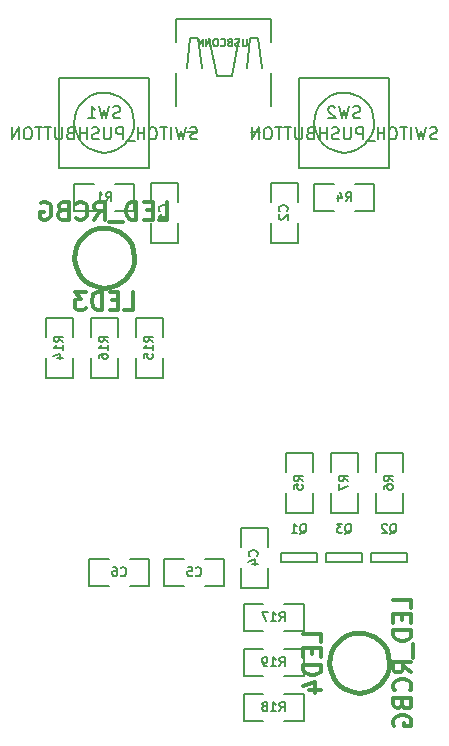
<source format=gbo>
G04 (created by PCBNEW-RS274X (2011-07-08)-stable) date Mo 25 Jul 2011 12:51:42 CEST*
G01*
G70*
G90*
%MOIN*%
G04 Gerber Fmt 3.4, Leading zero omitted, Abs format*
%FSLAX34Y34*%
G04 APERTURE LIST*
%ADD10C,0.006000*%
%ADD11C,0.005000*%
%ADD12C,0.008000*%
%ADD13C,0.015000*%
%ADD14C,0.007500*%
%ADD15C,0.012000*%
G04 APERTURE END LIST*
G54D10*
G54D11*
X34050Y-42500D02*
X34950Y-42500D01*
X34950Y-42500D02*
X34950Y-43150D01*
X34050Y-43850D02*
X34050Y-44500D01*
X34050Y-44500D02*
X34950Y-44500D01*
X34950Y-44500D02*
X34950Y-43850D01*
X34050Y-43150D02*
X34050Y-42500D01*
X35550Y-42500D02*
X36450Y-42500D01*
X36450Y-42500D02*
X36450Y-43150D01*
X35550Y-43850D02*
X35550Y-44500D01*
X35550Y-44500D02*
X36450Y-44500D01*
X36450Y-44500D02*
X36450Y-43850D01*
X35550Y-43150D02*
X35550Y-42500D01*
X32550Y-42500D02*
X33450Y-42500D01*
X33450Y-42500D02*
X33450Y-43150D01*
X32550Y-43850D02*
X32550Y-44500D01*
X32550Y-44500D02*
X33450Y-44500D01*
X33450Y-44500D02*
X33450Y-43850D01*
X32550Y-43150D02*
X32550Y-42500D01*
X35500Y-33550D02*
X35500Y-34450D01*
X35500Y-34450D02*
X34850Y-34450D01*
X34150Y-33550D02*
X33500Y-33550D01*
X33500Y-33550D02*
X33500Y-34450D01*
X33500Y-34450D02*
X34150Y-34450D01*
X34850Y-33550D02*
X35500Y-33550D01*
X27500Y-33550D02*
X27500Y-34450D01*
X27500Y-34450D02*
X26850Y-34450D01*
X26150Y-33550D02*
X25500Y-33550D01*
X25500Y-33550D02*
X25500Y-34450D01*
X25500Y-34450D02*
X26150Y-34450D01*
X26850Y-33550D02*
X27500Y-33550D01*
X28000Y-46050D02*
X28000Y-46950D01*
X28000Y-46950D02*
X27350Y-46950D01*
X26650Y-46050D02*
X26000Y-46050D01*
X26000Y-46050D02*
X26000Y-46950D01*
X26000Y-46950D02*
X26650Y-46950D01*
X27350Y-46050D02*
X28000Y-46050D01*
X28500Y-46950D02*
X28500Y-46050D01*
X28500Y-46050D02*
X29150Y-46050D01*
X29850Y-46950D02*
X30500Y-46950D01*
X30500Y-46950D02*
X30500Y-46050D01*
X30500Y-46050D02*
X29850Y-46050D01*
X29150Y-46950D02*
X28500Y-46950D01*
X31050Y-45000D02*
X31950Y-45000D01*
X31950Y-45000D02*
X31950Y-45650D01*
X31050Y-46350D02*
X31050Y-47000D01*
X31050Y-47000D02*
X31950Y-47000D01*
X31950Y-47000D02*
X31950Y-46350D01*
X31050Y-45650D02*
X31050Y-45000D01*
X32050Y-33500D02*
X32950Y-33500D01*
X32950Y-33500D02*
X32950Y-34150D01*
X32050Y-34850D02*
X32050Y-35500D01*
X32050Y-35500D02*
X32950Y-35500D01*
X32950Y-35500D02*
X32950Y-34850D01*
X32050Y-34150D02*
X32050Y-33500D01*
X28050Y-33500D02*
X28950Y-33500D01*
X28950Y-33500D02*
X28950Y-34150D01*
X28050Y-34850D02*
X28050Y-35500D01*
X28050Y-35500D02*
X28950Y-35500D01*
X28950Y-35500D02*
X28950Y-34850D01*
X28050Y-34150D02*
X28050Y-33500D01*
X35100Y-45850D02*
X33900Y-45850D01*
X33900Y-45850D02*
X33900Y-46150D01*
X33900Y-46150D02*
X35100Y-46150D01*
X35100Y-46150D02*
X35100Y-45850D01*
X36600Y-45850D02*
X35400Y-45850D01*
X35400Y-45850D02*
X35400Y-46150D01*
X35400Y-46150D02*
X36600Y-46150D01*
X36600Y-46150D02*
X36600Y-45850D01*
X33600Y-45850D02*
X32400Y-45850D01*
X32400Y-45850D02*
X32400Y-46150D01*
X32400Y-46150D02*
X33600Y-46150D01*
X33600Y-46150D02*
X33600Y-45850D01*
X35500Y-31500D02*
X35480Y-31694D01*
X35424Y-31881D01*
X35332Y-32053D01*
X35209Y-32204D01*
X35059Y-32329D01*
X34887Y-32421D01*
X34701Y-32479D01*
X34506Y-32499D01*
X34313Y-32482D01*
X34126Y-32427D01*
X33953Y-32336D01*
X33801Y-32214D01*
X33675Y-32064D01*
X33581Y-31893D01*
X33522Y-31707D01*
X33501Y-31513D01*
X33517Y-31320D01*
X33571Y-31132D01*
X33660Y-30959D01*
X33781Y-30806D01*
X33930Y-30679D01*
X34100Y-30584D01*
X34286Y-30524D01*
X34480Y-30501D01*
X34673Y-30516D01*
X34861Y-30568D01*
X35035Y-30656D01*
X35189Y-30776D01*
X35317Y-30924D01*
X35413Y-31094D01*
X35475Y-31279D01*
X35499Y-31473D01*
X35500Y-31500D01*
X36000Y-30000D02*
X33000Y-30000D01*
X33000Y-30000D02*
X33000Y-33000D01*
X33000Y-33000D02*
X36000Y-33000D01*
X36000Y-30000D02*
X36000Y-33000D01*
X27500Y-31500D02*
X27480Y-31694D01*
X27424Y-31881D01*
X27332Y-32053D01*
X27209Y-32204D01*
X27059Y-32329D01*
X26887Y-32421D01*
X26701Y-32479D01*
X26506Y-32499D01*
X26313Y-32482D01*
X26126Y-32427D01*
X25953Y-32336D01*
X25801Y-32214D01*
X25675Y-32064D01*
X25581Y-31893D01*
X25522Y-31707D01*
X25501Y-31513D01*
X25517Y-31320D01*
X25571Y-31132D01*
X25660Y-30959D01*
X25781Y-30806D01*
X25930Y-30679D01*
X26100Y-30584D01*
X26286Y-30524D01*
X26480Y-30501D01*
X26673Y-30516D01*
X26861Y-30568D01*
X27035Y-30656D01*
X27189Y-30776D01*
X27317Y-30924D01*
X27413Y-31094D01*
X27475Y-31279D01*
X27499Y-31473D01*
X27500Y-31500D01*
X28000Y-30000D02*
X25000Y-30000D01*
X25000Y-30000D02*
X25000Y-33000D01*
X25000Y-33000D02*
X28000Y-33000D01*
X28000Y-30000D02*
X28000Y-33000D01*
G54D12*
X28886Y-28039D02*
X28886Y-28827D01*
X32075Y-28827D02*
X32075Y-28039D01*
X28886Y-28039D02*
X32075Y-28039D01*
X32075Y-29860D02*
X32075Y-30943D01*
X28886Y-30943D02*
X28886Y-29860D01*
X31400Y-31800D02*
X31700Y-31800D01*
X29250Y-31800D02*
X29600Y-31800D01*
G54D11*
X30000Y-28684D02*
X30250Y-29934D01*
X30250Y-29934D02*
X30750Y-29934D01*
X30750Y-29934D02*
X31000Y-28684D01*
X31750Y-29684D02*
X31625Y-28684D01*
X31625Y-28684D02*
X31375Y-28684D01*
X31375Y-28684D02*
X31250Y-29684D01*
X29250Y-29684D02*
X29375Y-28684D01*
X29375Y-28684D02*
X29625Y-28684D01*
X29625Y-28684D02*
X29750Y-29684D01*
G54D13*
X36000Y-49500D02*
X35980Y-49694D01*
X35924Y-49881D01*
X35832Y-50053D01*
X35709Y-50204D01*
X35559Y-50329D01*
X35387Y-50421D01*
X35201Y-50479D01*
X35006Y-50499D01*
X34813Y-50482D01*
X34626Y-50427D01*
X34453Y-50336D01*
X34301Y-50214D01*
X34175Y-50064D01*
X34081Y-49893D01*
X34022Y-49707D01*
X34001Y-49513D01*
X34017Y-49320D01*
X34071Y-49132D01*
X34160Y-48959D01*
X34281Y-48806D01*
X34430Y-48679D01*
X34600Y-48584D01*
X34786Y-48524D01*
X34980Y-48501D01*
X35173Y-48516D01*
X35361Y-48568D01*
X35535Y-48656D01*
X35689Y-48776D01*
X35817Y-48924D01*
X35913Y-49094D01*
X35975Y-49279D01*
X35999Y-49473D01*
X36000Y-49500D01*
X27500Y-36000D02*
X27480Y-36194D01*
X27424Y-36381D01*
X27332Y-36553D01*
X27209Y-36704D01*
X27059Y-36829D01*
X26887Y-36921D01*
X26701Y-36979D01*
X26506Y-36999D01*
X26313Y-36982D01*
X26126Y-36927D01*
X25953Y-36836D01*
X25801Y-36714D01*
X25675Y-36564D01*
X25581Y-36393D01*
X25522Y-36207D01*
X25501Y-36013D01*
X25517Y-35820D01*
X25571Y-35632D01*
X25660Y-35459D01*
X25781Y-35306D01*
X25930Y-35179D01*
X26100Y-35084D01*
X26286Y-35024D01*
X26480Y-35001D01*
X26673Y-35016D01*
X26861Y-35068D01*
X27035Y-35156D01*
X27189Y-35276D01*
X27317Y-35424D01*
X27413Y-35594D01*
X27475Y-35779D01*
X27499Y-35973D01*
X27500Y-36000D01*
G54D11*
X31150Y-49950D02*
X31150Y-49050D01*
X31150Y-49050D02*
X31800Y-49050D01*
X32500Y-49950D02*
X33150Y-49950D01*
X33150Y-49950D02*
X33150Y-49050D01*
X33150Y-49050D02*
X32500Y-49050D01*
X31800Y-49950D02*
X31150Y-49950D01*
X31150Y-51450D02*
X31150Y-50550D01*
X31150Y-50550D02*
X31800Y-50550D01*
X32500Y-51450D02*
X33150Y-51450D01*
X33150Y-51450D02*
X33150Y-50550D01*
X33150Y-50550D02*
X32500Y-50550D01*
X31800Y-51450D02*
X31150Y-51450D01*
X31150Y-48450D02*
X31150Y-47550D01*
X31150Y-47550D02*
X31800Y-47550D01*
X32500Y-48450D02*
X33150Y-48450D01*
X33150Y-48450D02*
X33150Y-47550D01*
X33150Y-47550D02*
X32500Y-47550D01*
X31800Y-48450D02*
X31150Y-48450D01*
X26950Y-40000D02*
X26050Y-40000D01*
X26050Y-40000D02*
X26050Y-39350D01*
X26950Y-38650D02*
X26950Y-38000D01*
X26950Y-38000D02*
X26050Y-38000D01*
X26050Y-38000D02*
X26050Y-38650D01*
X26950Y-39350D02*
X26950Y-40000D01*
X28450Y-40000D02*
X27550Y-40000D01*
X27550Y-40000D02*
X27550Y-39350D01*
X28450Y-38650D02*
X28450Y-38000D01*
X28450Y-38000D02*
X27550Y-38000D01*
X27550Y-38000D02*
X27550Y-38650D01*
X28450Y-39350D02*
X28450Y-40000D01*
X25450Y-40000D02*
X24550Y-40000D01*
X24550Y-40000D02*
X24550Y-39350D01*
X25450Y-38650D02*
X25450Y-38000D01*
X25450Y-38000D02*
X24550Y-38000D01*
X24550Y-38000D02*
X24550Y-38650D01*
X25450Y-39350D02*
X25450Y-40000D01*
X34621Y-43450D02*
X34479Y-43350D01*
X34621Y-43278D02*
X34321Y-43278D01*
X34321Y-43393D01*
X34336Y-43421D01*
X34350Y-43436D01*
X34379Y-43450D01*
X34421Y-43450D01*
X34450Y-43436D01*
X34464Y-43421D01*
X34479Y-43393D01*
X34479Y-43278D01*
X34321Y-43550D02*
X34321Y-43750D01*
X34621Y-43621D01*
X36121Y-43450D02*
X35979Y-43350D01*
X36121Y-43278D02*
X35821Y-43278D01*
X35821Y-43393D01*
X35836Y-43421D01*
X35850Y-43436D01*
X35879Y-43450D01*
X35921Y-43450D01*
X35950Y-43436D01*
X35964Y-43421D01*
X35979Y-43393D01*
X35979Y-43278D01*
X35821Y-43707D02*
X35821Y-43650D01*
X35836Y-43621D01*
X35850Y-43607D01*
X35893Y-43578D01*
X35950Y-43564D01*
X36064Y-43564D01*
X36093Y-43578D01*
X36107Y-43593D01*
X36121Y-43621D01*
X36121Y-43678D01*
X36107Y-43707D01*
X36093Y-43721D01*
X36064Y-43736D01*
X35993Y-43736D01*
X35964Y-43721D01*
X35950Y-43707D01*
X35936Y-43678D01*
X35936Y-43621D01*
X35950Y-43593D01*
X35964Y-43578D01*
X35993Y-43564D01*
X33121Y-43450D02*
X32979Y-43350D01*
X33121Y-43278D02*
X32821Y-43278D01*
X32821Y-43393D01*
X32836Y-43421D01*
X32850Y-43436D01*
X32879Y-43450D01*
X32921Y-43450D01*
X32950Y-43436D01*
X32964Y-43421D01*
X32979Y-43393D01*
X32979Y-43278D01*
X32821Y-43721D02*
X32821Y-43578D01*
X32964Y-43564D01*
X32950Y-43578D01*
X32936Y-43607D01*
X32936Y-43678D01*
X32950Y-43707D01*
X32964Y-43721D01*
X32993Y-43736D01*
X33064Y-43736D01*
X33093Y-43721D01*
X33107Y-43707D01*
X33121Y-43678D01*
X33121Y-43607D01*
X33107Y-43578D01*
X33093Y-43564D01*
X34550Y-34121D02*
X34650Y-33979D01*
X34722Y-34121D02*
X34722Y-33821D01*
X34607Y-33821D01*
X34579Y-33836D01*
X34564Y-33850D01*
X34550Y-33879D01*
X34550Y-33921D01*
X34564Y-33950D01*
X34579Y-33964D01*
X34607Y-33979D01*
X34722Y-33979D01*
X34293Y-33921D02*
X34293Y-34121D01*
X34364Y-33807D02*
X34436Y-34021D01*
X34250Y-34021D01*
X26550Y-34121D02*
X26650Y-33979D01*
X26722Y-34121D02*
X26722Y-33821D01*
X26607Y-33821D01*
X26579Y-33836D01*
X26564Y-33850D01*
X26550Y-33879D01*
X26550Y-33921D01*
X26564Y-33950D01*
X26579Y-33964D01*
X26607Y-33979D01*
X26722Y-33979D01*
X26264Y-34121D02*
X26436Y-34121D01*
X26350Y-34121D02*
X26350Y-33821D01*
X26379Y-33864D01*
X26407Y-33893D01*
X26436Y-33907D01*
X27050Y-46593D02*
X27064Y-46607D01*
X27107Y-46621D01*
X27136Y-46621D01*
X27179Y-46607D01*
X27207Y-46579D01*
X27222Y-46550D01*
X27236Y-46493D01*
X27236Y-46450D01*
X27222Y-46393D01*
X27207Y-46364D01*
X27179Y-46336D01*
X27136Y-46321D01*
X27107Y-46321D01*
X27064Y-46336D01*
X27050Y-46350D01*
X26793Y-46321D02*
X26850Y-46321D01*
X26879Y-46336D01*
X26893Y-46350D01*
X26922Y-46393D01*
X26936Y-46450D01*
X26936Y-46564D01*
X26922Y-46593D01*
X26907Y-46607D01*
X26879Y-46621D01*
X26822Y-46621D01*
X26793Y-46607D01*
X26779Y-46593D01*
X26764Y-46564D01*
X26764Y-46493D01*
X26779Y-46464D01*
X26793Y-46450D01*
X26822Y-46436D01*
X26879Y-46436D01*
X26907Y-46450D01*
X26922Y-46464D01*
X26936Y-46493D01*
X29550Y-46593D02*
X29564Y-46607D01*
X29607Y-46621D01*
X29636Y-46621D01*
X29679Y-46607D01*
X29707Y-46579D01*
X29722Y-46550D01*
X29736Y-46493D01*
X29736Y-46450D01*
X29722Y-46393D01*
X29707Y-46364D01*
X29679Y-46336D01*
X29636Y-46321D01*
X29607Y-46321D01*
X29564Y-46336D01*
X29550Y-46350D01*
X29279Y-46321D02*
X29422Y-46321D01*
X29436Y-46464D01*
X29422Y-46450D01*
X29393Y-46436D01*
X29322Y-46436D01*
X29293Y-46450D01*
X29279Y-46464D01*
X29264Y-46493D01*
X29264Y-46564D01*
X29279Y-46593D01*
X29293Y-46607D01*
X29322Y-46621D01*
X29393Y-46621D01*
X29422Y-46607D01*
X29436Y-46593D01*
X31593Y-45950D02*
X31607Y-45936D01*
X31621Y-45893D01*
X31621Y-45864D01*
X31607Y-45821D01*
X31579Y-45793D01*
X31550Y-45778D01*
X31493Y-45764D01*
X31450Y-45764D01*
X31393Y-45778D01*
X31364Y-45793D01*
X31336Y-45821D01*
X31321Y-45864D01*
X31321Y-45893D01*
X31336Y-45936D01*
X31350Y-45950D01*
X31421Y-46207D02*
X31621Y-46207D01*
X31307Y-46136D02*
X31521Y-46064D01*
X31521Y-46250D01*
X32593Y-34450D02*
X32607Y-34436D01*
X32621Y-34393D01*
X32621Y-34364D01*
X32607Y-34321D01*
X32579Y-34293D01*
X32550Y-34278D01*
X32493Y-34264D01*
X32450Y-34264D01*
X32393Y-34278D01*
X32364Y-34293D01*
X32336Y-34321D01*
X32321Y-34364D01*
X32321Y-34393D01*
X32336Y-34436D01*
X32350Y-34450D01*
X32350Y-34564D02*
X32336Y-34578D01*
X32321Y-34607D01*
X32321Y-34678D01*
X32336Y-34707D01*
X32350Y-34721D01*
X32379Y-34736D01*
X32407Y-34736D01*
X32450Y-34721D01*
X32621Y-34550D01*
X32621Y-34736D01*
X28593Y-34450D02*
X28607Y-34436D01*
X28621Y-34393D01*
X28621Y-34364D01*
X28607Y-34321D01*
X28579Y-34293D01*
X28550Y-34278D01*
X28493Y-34264D01*
X28450Y-34264D01*
X28393Y-34278D01*
X28364Y-34293D01*
X28336Y-34321D01*
X28321Y-34364D01*
X28321Y-34393D01*
X28336Y-34436D01*
X28350Y-34450D01*
X28621Y-34736D02*
X28621Y-34564D01*
X28621Y-34650D02*
X28321Y-34650D01*
X28364Y-34621D01*
X28393Y-34593D01*
X28407Y-34564D01*
G54D14*
X34529Y-45200D02*
X34557Y-45186D01*
X34586Y-45157D01*
X34629Y-45114D01*
X34657Y-45100D01*
X34686Y-45100D01*
X34671Y-45171D02*
X34700Y-45157D01*
X34729Y-45129D01*
X34743Y-45071D01*
X34743Y-44971D01*
X34729Y-44914D01*
X34700Y-44886D01*
X34671Y-44871D01*
X34614Y-44871D01*
X34586Y-44886D01*
X34557Y-44914D01*
X34543Y-44971D01*
X34543Y-45071D01*
X34557Y-45129D01*
X34586Y-45157D01*
X34614Y-45171D01*
X34671Y-45171D01*
X34443Y-44871D02*
X34257Y-44871D01*
X34357Y-44986D01*
X34315Y-44986D01*
X34286Y-45000D01*
X34272Y-45014D01*
X34257Y-45043D01*
X34257Y-45114D01*
X34272Y-45143D01*
X34286Y-45157D01*
X34315Y-45171D01*
X34400Y-45171D01*
X34429Y-45157D01*
X34443Y-45143D01*
X36029Y-45200D02*
X36057Y-45186D01*
X36086Y-45157D01*
X36129Y-45114D01*
X36157Y-45100D01*
X36186Y-45100D01*
X36171Y-45171D02*
X36200Y-45157D01*
X36229Y-45129D01*
X36243Y-45071D01*
X36243Y-44971D01*
X36229Y-44914D01*
X36200Y-44886D01*
X36171Y-44871D01*
X36114Y-44871D01*
X36086Y-44886D01*
X36057Y-44914D01*
X36043Y-44971D01*
X36043Y-45071D01*
X36057Y-45129D01*
X36086Y-45157D01*
X36114Y-45171D01*
X36171Y-45171D01*
X35929Y-44900D02*
X35915Y-44886D01*
X35886Y-44871D01*
X35815Y-44871D01*
X35786Y-44886D01*
X35772Y-44900D01*
X35757Y-44929D01*
X35757Y-44957D01*
X35772Y-45000D01*
X35943Y-45171D01*
X35757Y-45171D01*
X33029Y-45200D02*
X33057Y-45186D01*
X33086Y-45157D01*
X33129Y-45114D01*
X33157Y-45100D01*
X33186Y-45100D01*
X33171Y-45171D02*
X33200Y-45157D01*
X33229Y-45129D01*
X33243Y-45071D01*
X33243Y-44971D01*
X33229Y-44914D01*
X33200Y-44886D01*
X33171Y-44871D01*
X33114Y-44871D01*
X33086Y-44886D01*
X33057Y-44914D01*
X33043Y-44971D01*
X33043Y-45071D01*
X33057Y-45129D01*
X33086Y-45157D01*
X33114Y-45171D01*
X33171Y-45171D01*
X32757Y-45171D02*
X32929Y-45171D01*
X32843Y-45171D02*
X32843Y-44871D01*
X32872Y-44914D01*
X32900Y-44943D01*
X32929Y-44957D01*
G54D12*
X35033Y-31343D02*
X34976Y-31362D01*
X34880Y-31362D01*
X34842Y-31343D01*
X34823Y-31324D01*
X34804Y-31286D01*
X34804Y-31248D01*
X34823Y-31210D01*
X34842Y-31190D01*
X34880Y-31171D01*
X34957Y-31152D01*
X34995Y-31133D01*
X35014Y-31114D01*
X35033Y-31076D01*
X35033Y-31038D01*
X35014Y-31000D01*
X34995Y-30981D01*
X34957Y-30962D01*
X34861Y-30962D01*
X34804Y-30981D01*
X34671Y-30962D02*
X34576Y-31362D01*
X34499Y-31076D01*
X34423Y-31362D01*
X34328Y-30962D01*
X34195Y-31000D02*
X34176Y-30981D01*
X34138Y-30962D01*
X34042Y-30962D01*
X34004Y-30981D01*
X33985Y-31000D01*
X33966Y-31038D01*
X33966Y-31076D01*
X33985Y-31133D01*
X34214Y-31362D01*
X33966Y-31362D01*
X37595Y-32043D02*
X37538Y-32062D01*
X37442Y-32062D01*
X37404Y-32043D01*
X37385Y-32024D01*
X37366Y-31986D01*
X37366Y-31948D01*
X37385Y-31910D01*
X37404Y-31890D01*
X37442Y-31871D01*
X37519Y-31852D01*
X37557Y-31833D01*
X37576Y-31814D01*
X37595Y-31776D01*
X37595Y-31738D01*
X37576Y-31700D01*
X37557Y-31681D01*
X37519Y-31662D01*
X37423Y-31662D01*
X37366Y-31681D01*
X37233Y-31662D02*
X37138Y-32062D01*
X37061Y-31776D01*
X36985Y-32062D01*
X36890Y-31662D01*
X36738Y-32062D02*
X36738Y-31662D01*
X36605Y-31662D02*
X36376Y-31662D01*
X36491Y-32062D02*
X36491Y-31662D01*
X36014Y-32024D02*
X36033Y-32043D01*
X36090Y-32062D01*
X36128Y-32062D01*
X36186Y-32043D01*
X36224Y-32005D01*
X36243Y-31967D01*
X36262Y-31890D01*
X36262Y-31833D01*
X36243Y-31757D01*
X36224Y-31719D01*
X36186Y-31681D01*
X36128Y-31662D01*
X36090Y-31662D01*
X36033Y-31681D01*
X36014Y-31700D01*
X35843Y-32062D02*
X35843Y-31662D01*
X35843Y-31852D02*
X35614Y-31852D01*
X35614Y-32062D02*
X35614Y-31662D01*
X35519Y-32100D02*
X35214Y-32100D01*
X35119Y-32062D02*
X35119Y-31662D01*
X34966Y-31662D01*
X34928Y-31681D01*
X34909Y-31700D01*
X34890Y-31738D01*
X34890Y-31795D01*
X34909Y-31833D01*
X34928Y-31852D01*
X34966Y-31871D01*
X35119Y-31871D01*
X34719Y-31662D02*
X34719Y-31986D01*
X34700Y-32024D01*
X34681Y-32043D01*
X34643Y-32062D01*
X34566Y-32062D01*
X34528Y-32043D01*
X34509Y-32024D01*
X34490Y-31986D01*
X34490Y-31662D01*
X34319Y-32043D02*
X34262Y-32062D01*
X34166Y-32062D01*
X34128Y-32043D01*
X34109Y-32024D01*
X34090Y-31986D01*
X34090Y-31948D01*
X34109Y-31910D01*
X34128Y-31890D01*
X34166Y-31871D01*
X34243Y-31852D01*
X34281Y-31833D01*
X34300Y-31814D01*
X34319Y-31776D01*
X34319Y-31738D01*
X34300Y-31700D01*
X34281Y-31681D01*
X34243Y-31662D01*
X34147Y-31662D01*
X34090Y-31681D01*
X33919Y-32062D02*
X33919Y-31662D01*
X33919Y-31852D02*
X33690Y-31852D01*
X33690Y-32062D02*
X33690Y-31662D01*
X33366Y-31852D02*
X33309Y-31871D01*
X33290Y-31890D01*
X33271Y-31929D01*
X33271Y-31986D01*
X33290Y-32024D01*
X33309Y-32043D01*
X33347Y-32062D01*
X33500Y-32062D01*
X33500Y-31662D01*
X33366Y-31662D01*
X33328Y-31681D01*
X33309Y-31700D01*
X33290Y-31738D01*
X33290Y-31776D01*
X33309Y-31814D01*
X33328Y-31833D01*
X33366Y-31852D01*
X33500Y-31852D01*
X33100Y-31662D02*
X33100Y-31986D01*
X33081Y-32024D01*
X33062Y-32043D01*
X33024Y-32062D01*
X32947Y-32062D01*
X32909Y-32043D01*
X32890Y-32024D01*
X32871Y-31986D01*
X32871Y-31662D01*
X32738Y-31662D02*
X32509Y-31662D01*
X32624Y-32062D02*
X32624Y-31662D01*
X32433Y-31662D02*
X32204Y-31662D01*
X32319Y-32062D02*
X32319Y-31662D01*
X31995Y-31662D02*
X31918Y-31662D01*
X31880Y-31681D01*
X31842Y-31719D01*
X31823Y-31795D01*
X31823Y-31929D01*
X31842Y-32005D01*
X31880Y-32043D01*
X31918Y-32062D01*
X31995Y-32062D01*
X32033Y-32043D01*
X32071Y-32005D01*
X32090Y-31929D01*
X32090Y-31795D01*
X32071Y-31719D01*
X32033Y-31681D01*
X31995Y-31662D01*
X31652Y-32062D02*
X31652Y-31662D01*
X31423Y-32062D01*
X31423Y-31662D01*
X27033Y-31343D02*
X26976Y-31362D01*
X26880Y-31362D01*
X26842Y-31343D01*
X26823Y-31324D01*
X26804Y-31286D01*
X26804Y-31248D01*
X26823Y-31210D01*
X26842Y-31190D01*
X26880Y-31171D01*
X26957Y-31152D01*
X26995Y-31133D01*
X27014Y-31114D01*
X27033Y-31076D01*
X27033Y-31038D01*
X27014Y-31000D01*
X26995Y-30981D01*
X26957Y-30962D01*
X26861Y-30962D01*
X26804Y-30981D01*
X26671Y-30962D02*
X26576Y-31362D01*
X26499Y-31076D01*
X26423Y-31362D01*
X26328Y-30962D01*
X25966Y-31362D02*
X26195Y-31362D01*
X26081Y-31362D02*
X26081Y-30962D01*
X26119Y-31019D01*
X26157Y-31057D01*
X26195Y-31076D01*
X29595Y-32043D02*
X29538Y-32062D01*
X29442Y-32062D01*
X29404Y-32043D01*
X29385Y-32024D01*
X29366Y-31986D01*
X29366Y-31948D01*
X29385Y-31910D01*
X29404Y-31890D01*
X29442Y-31871D01*
X29519Y-31852D01*
X29557Y-31833D01*
X29576Y-31814D01*
X29595Y-31776D01*
X29595Y-31738D01*
X29576Y-31700D01*
X29557Y-31681D01*
X29519Y-31662D01*
X29423Y-31662D01*
X29366Y-31681D01*
X29233Y-31662D02*
X29138Y-32062D01*
X29061Y-31776D01*
X28985Y-32062D01*
X28890Y-31662D01*
X28738Y-32062D02*
X28738Y-31662D01*
X28605Y-31662D02*
X28376Y-31662D01*
X28491Y-32062D02*
X28491Y-31662D01*
X28014Y-32024D02*
X28033Y-32043D01*
X28090Y-32062D01*
X28128Y-32062D01*
X28186Y-32043D01*
X28224Y-32005D01*
X28243Y-31967D01*
X28262Y-31890D01*
X28262Y-31833D01*
X28243Y-31757D01*
X28224Y-31719D01*
X28186Y-31681D01*
X28128Y-31662D01*
X28090Y-31662D01*
X28033Y-31681D01*
X28014Y-31700D01*
X27843Y-32062D02*
X27843Y-31662D01*
X27843Y-31852D02*
X27614Y-31852D01*
X27614Y-32062D02*
X27614Y-31662D01*
X27519Y-32100D02*
X27214Y-32100D01*
X27119Y-32062D02*
X27119Y-31662D01*
X26966Y-31662D01*
X26928Y-31681D01*
X26909Y-31700D01*
X26890Y-31738D01*
X26890Y-31795D01*
X26909Y-31833D01*
X26928Y-31852D01*
X26966Y-31871D01*
X27119Y-31871D01*
X26719Y-31662D02*
X26719Y-31986D01*
X26700Y-32024D01*
X26681Y-32043D01*
X26643Y-32062D01*
X26566Y-32062D01*
X26528Y-32043D01*
X26509Y-32024D01*
X26490Y-31986D01*
X26490Y-31662D01*
X26319Y-32043D02*
X26262Y-32062D01*
X26166Y-32062D01*
X26128Y-32043D01*
X26109Y-32024D01*
X26090Y-31986D01*
X26090Y-31948D01*
X26109Y-31910D01*
X26128Y-31890D01*
X26166Y-31871D01*
X26243Y-31852D01*
X26281Y-31833D01*
X26300Y-31814D01*
X26319Y-31776D01*
X26319Y-31738D01*
X26300Y-31700D01*
X26281Y-31681D01*
X26243Y-31662D01*
X26147Y-31662D01*
X26090Y-31681D01*
X25919Y-32062D02*
X25919Y-31662D01*
X25919Y-31852D02*
X25690Y-31852D01*
X25690Y-32062D02*
X25690Y-31662D01*
X25366Y-31852D02*
X25309Y-31871D01*
X25290Y-31890D01*
X25271Y-31929D01*
X25271Y-31986D01*
X25290Y-32024D01*
X25309Y-32043D01*
X25347Y-32062D01*
X25500Y-32062D01*
X25500Y-31662D01*
X25366Y-31662D01*
X25328Y-31681D01*
X25309Y-31700D01*
X25290Y-31738D01*
X25290Y-31776D01*
X25309Y-31814D01*
X25328Y-31833D01*
X25366Y-31852D01*
X25500Y-31852D01*
X25100Y-31662D02*
X25100Y-31986D01*
X25081Y-32024D01*
X25062Y-32043D01*
X25024Y-32062D01*
X24947Y-32062D01*
X24909Y-32043D01*
X24890Y-32024D01*
X24871Y-31986D01*
X24871Y-31662D01*
X24738Y-31662D02*
X24509Y-31662D01*
X24624Y-32062D02*
X24624Y-31662D01*
X24433Y-31662D02*
X24204Y-31662D01*
X24319Y-32062D02*
X24319Y-31662D01*
X23995Y-31662D02*
X23918Y-31662D01*
X23880Y-31681D01*
X23842Y-31719D01*
X23823Y-31795D01*
X23823Y-31929D01*
X23842Y-32005D01*
X23880Y-32043D01*
X23918Y-32062D01*
X23995Y-32062D01*
X24033Y-32043D01*
X24071Y-32005D01*
X24090Y-31929D01*
X24090Y-31795D01*
X24071Y-31719D01*
X24033Y-31681D01*
X23995Y-31662D01*
X23652Y-32062D02*
X23652Y-31662D01*
X23423Y-32062D01*
X23423Y-31662D01*
G54D10*
X31249Y-28707D02*
X31249Y-28901D01*
X31237Y-28924D01*
X31226Y-28936D01*
X31203Y-28947D01*
X31157Y-28947D01*
X31135Y-28936D01*
X31123Y-28924D01*
X31112Y-28901D01*
X31112Y-28707D01*
X31009Y-28936D02*
X30975Y-28947D01*
X30918Y-28947D01*
X30895Y-28936D01*
X30884Y-28924D01*
X30872Y-28901D01*
X30872Y-28879D01*
X30884Y-28856D01*
X30895Y-28844D01*
X30918Y-28833D01*
X30964Y-28821D01*
X30986Y-28810D01*
X30998Y-28799D01*
X31009Y-28776D01*
X31009Y-28753D01*
X30998Y-28730D01*
X30986Y-28719D01*
X30964Y-28707D01*
X30906Y-28707D01*
X30872Y-28719D01*
X30689Y-28821D02*
X30655Y-28833D01*
X30643Y-28844D01*
X30632Y-28867D01*
X30632Y-28901D01*
X30643Y-28924D01*
X30655Y-28936D01*
X30677Y-28947D01*
X30769Y-28947D01*
X30769Y-28707D01*
X30689Y-28707D01*
X30666Y-28719D01*
X30655Y-28730D01*
X30643Y-28753D01*
X30643Y-28776D01*
X30655Y-28799D01*
X30666Y-28810D01*
X30689Y-28821D01*
X30769Y-28821D01*
X30392Y-28924D02*
X30403Y-28936D01*
X30437Y-28947D01*
X30460Y-28947D01*
X30495Y-28936D01*
X30517Y-28913D01*
X30529Y-28890D01*
X30540Y-28844D01*
X30540Y-28810D01*
X30529Y-28764D01*
X30517Y-28741D01*
X30495Y-28719D01*
X30460Y-28707D01*
X30437Y-28707D01*
X30403Y-28719D01*
X30392Y-28730D01*
X30243Y-28707D02*
X30197Y-28707D01*
X30175Y-28719D01*
X30152Y-28741D01*
X30140Y-28787D01*
X30140Y-28867D01*
X30152Y-28913D01*
X30175Y-28936D01*
X30197Y-28947D01*
X30243Y-28947D01*
X30266Y-28936D01*
X30289Y-28913D01*
X30300Y-28867D01*
X30300Y-28787D01*
X30289Y-28741D01*
X30266Y-28719D01*
X30243Y-28707D01*
X30038Y-28947D02*
X30038Y-28707D01*
X29901Y-28947D01*
X29901Y-28707D01*
X29787Y-28947D02*
X29787Y-28707D01*
X29650Y-28947D01*
X29650Y-28707D01*
G54D15*
X33743Y-48829D02*
X33743Y-48543D01*
X33143Y-48543D01*
X33429Y-49029D02*
X33429Y-49229D01*
X33743Y-49315D02*
X33743Y-49029D01*
X33143Y-49029D01*
X33143Y-49315D01*
X33743Y-49572D02*
X33143Y-49572D01*
X33143Y-49715D01*
X33171Y-49800D01*
X33229Y-49858D01*
X33286Y-49886D01*
X33400Y-49915D01*
X33486Y-49915D01*
X33600Y-49886D01*
X33657Y-49858D01*
X33714Y-49800D01*
X33743Y-49715D01*
X33743Y-49572D01*
X33343Y-50429D02*
X33743Y-50429D01*
X33114Y-50286D02*
X33543Y-50143D01*
X33543Y-50515D01*
X36743Y-47686D02*
X36743Y-47400D01*
X36143Y-47400D01*
X36429Y-47886D02*
X36429Y-48086D01*
X36743Y-48172D02*
X36743Y-47886D01*
X36143Y-47886D01*
X36143Y-48172D01*
X36743Y-48429D02*
X36143Y-48429D01*
X36143Y-48572D01*
X36171Y-48657D01*
X36229Y-48715D01*
X36286Y-48743D01*
X36400Y-48772D01*
X36486Y-48772D01*
X36600Y-48743D01*
X36657Y-48715D01*
X36714Y-48657D01*
X36743Y-48572D01*
X36743Y-48429D01*
X36800Y-48886D02*
X36800Y-49343D01*
X36743Y-49829D02*
X36457Y-49629D01*
X36743Y-49486D02*
X36143Y-49486D01*
X36143Y-49714D01*
X36171Y-49772D01*
X36200Y-49800D01*
X36257Y-49829D01*
X36343Y-49829D01*
X36400Y-49800D01*
X36429Y-49772D01*
X36457Y-49714D01*
X36457Y-49486D01*
X36686Y-50429D02*
X36714Y-50400D01*
X36743Y-50314D01*
X36743Y-50257D01*
X36714Y-50172D01*
X36657Y-50114D01*
X36600Y-50086D01*
X36486Y-50057D01*
X36400Y-50057D01*
X36286Y-50086D01*
X36229Y-50114D01*
X36171Y-50172D01*
X36143Y-50257D01*
X36143Y-50314D01*
X36171Y-50400D01*
X36200Y-50429D01*
X36429Y-50886D02*
X36457Y-50972D01*
X36486Y-51000D01*
X36543Y-51029D01*
X36629Y-51029D01*
X36686Y-51000D01*
X36714Y-50972D01*
X36743Y-50914D01*
X36743Y-50686D01*
X36143Y-50686D01*
X36143Y-50886D01*
X36171Y-50943D01*
X36200Y-50972D01*
X36257Y-51000D01*
X36314Y-51000D01*
X36371Y-50972D01*
X36400Y-50943D01*
X36429Y-50886D01*
X36429Y-50686D01*
X36171Y-51600D02*
X36143Y-51543D01*
X36143Y-51457D01*
X36171Y-51372D01*
X36229Y-51314D01*
X36286Y-51286D01*
X36400Y-51257D01*
X36486Y-51257D01*
X36600Y-51286D01*
X36657Y-51314D01*
X36714Y-51372D01*
X36743Y-51457D01*
X36743Y-51514D01*
X36714Y-51600D01*
X36686Y-51629D01*
X36486Y-51629D01*
X36486Y-51514D01*
X27171Y-37743D02*
X27457Y-37743D01*
X27457Y-37143D01*
X26971Y-37429D02*
X26771Y-37429D01*
X26685Y-37743D02*
X26971Y-37743D01*
X26971Y-37143D01*
X26685Y-37143D01*
X26428Y-37743D02*
X26428Y-37143D01*
X26285Y-37143D01*
X26200Y-37171D01*
X26142Y-37229D01*
X26114Y-37286D01*
X26085Y-37400D01*
X26085Y-37486D01*
X26114Y-37600D01*
X26142Y-37657D01*
X26200Y-37714D01*
X26285Y-37743D01*
X26428Y-37743D01*
X25885Y-37143D02*
X25514Y-37143D01*
X25714Y-37371D01*
X25628Y-37371D01*
X25571Y-37400D01*
X25542Y-37429D01*
X25514Y-37486D01*
X25514Y-37629D01*
X25542Y-37686D01*
X25571Y-37714D01*
X25628Y-37743D01*
X25800Y-37743D01*
X25857Y-37714D01*
X25885Y-37686D01*
X28314Y-34743D02*
X28600Y-34743D01*
X28600Y-34143D01*
X28114Y-34429D02*
X27914Y-34429D01*
X27828Y-34743D02*
X28114Y-34743D01*
X28114Y-34143D01*
X27828Y-34143D01*
X27571Y-34743D02*
X27571Y-34143D01*
X27428Y-34143D01*
X27343Y-34171D01*
X27285Y-34229D01*
X27257Y-34286D01*
X27228Y-34400D01*
X27228Y-34486D01*
X27257Y-34600D01*
X27285Y-34657D01*
X27343Y-34714D01*
X27428Y-34743D01*
X27571Y-34743D01*
X27114Y-34800D02*
X26657Y-34800D01*
X26171Y-34743D02*
X26371Y-34457D01*
X26514Y-34743D02*
X26514Y-34143D01*
X26286Y-34143D01*
X26228Y-34171D01*
X26200Y-34200D01*
X26171Y-34257D01*
X26171Y-34343D01*
X26200Y-34400D01*
X26228Y-34429D01*
X26286Y-34457D01*
X26514Y-34457D01*
X25571Y-34686D02*
X25600Y-34714D01*
X25686Y-34743D01*
X25743Y-34743D01*
X25828Y-34714D01*
X25886Y-34657D01*
X25914Y-34600D01*
X25943Y-34486D01*
X25943Y-34400D01*
X25914Y-34286D01*
X25886Y-34229D01*
X25828Y-34171D01*
X25743Y-34143D01*
X25686Y-34143D01*
X25600Y-34171D01*
X25571Y-34200D01*
X25114Y-34429D02*
X25028Y-34457D01*
X25000Y-34486D01*
X24971Y-34543D01*
X24971Y-34629D01*
X25000Y-34686D01*
X25028Y-34714D01*
X25086Y-34743D01*
X25314Y-34743D01*
X25314Y-34143D01*
X25114Y-34143D01*
X25057Y-34171D01*
X25028Y-34200D01*
X25000Y-34257D01*
X25000Y-34314D01*
X25028Y-34371D01*
X25057Y-34400D01*
X25114Y-34429D01*
X25314Y-34429D01*
X24400Y-34171D02*
X24457Y-34143D01*
X24543Y-34143D01*
X24628Y-34171D01*
X24686Y-34229D01*
X24714Y-34286D01*
X24743Y-34400D01*
X24743Y-34486D01*
X24714Y-34600D01*
X24686Y-34657D01*
X24628Y-34714D01*
X24543Y-34743D01*
X24486Y-34743D01*
X24400Y-34714D01*
X24371Y-34686D01*
X24371Y-34486D01*
X24486Y-34486D01*
G54D11*
X32343Y-49621D02*
X32443Y-49479D01*
X32515Y-49621D02*
X32515Y-49321D01*
X32400Y-49321D01*
X32372Y-49336D01*
X32357Y-49350D01*
X32343Y-49379D01*
X32343Y-49421D01*
X32357Y-49450D01*
X32372Y-49464D01*
X32400Y-49479D01*
X32515Y-49479D01*
X32057Y-49621D02*
X32229Y-49621D01*
X32143Y-49621D02*
X32143Y-49321D01*
X32172Y-49364D01*
X32200Y-49393D01*
X32229Y-49407D01*
X31914Y-49621D02*
X31857Y-49621D01*
X31829Y-49607D01*
X31814Y-49593D01*
X31786Y-49550D01*
X31771Y-49493D01*
X31771Y-49379D01*
X31786Y-49350D01*
X31800Y-49336D01*
X31829Y-49321D01*
X31886Y-49321D01*
X31914Y-49336D01*
X31929Y-49350D01*
X31943Y-49379D01*
X31943Y-49450D01*
X31929Y-49479D01*
X31914Y-49493D01*
X31886Y-49507D01*
X31829Y-49507D01*
X31800Y-49493D01*
X31786Y-49479D01*
X31771Y-49450D01*
X32343Y-51121D02*
X32443Y-50979D01*
X32515Y-51121D02*
X32515Y-50821D01*
X32400Y-50821D01*
X32372Y-50836D01*
X32357Y-50850D01*
X32343Y-50879D01*
X32343Y-50921D01*
X32357Y-50950D01*
X32372Y-50964D01*
X32400Y-50979D01*
X32515Y-50979D01*
X32057Y-51121D02*
X32229Y-51121D01*
X32143Y-51121D02*
X32143Y-50821D01*
X32172Y-50864D01*
X32200Y-50893D01*
X32229Y-50907D01*
X31886Y-50950D02*
X31914Y-50936D01*
X31929Y-50921D01*
X31943Y-50893D01*
X31943Y-50879D01*
X31929Y-50850D01*
X31914Y-50836D01*
X31886Y-50821D01*
X31829Y-50821D01*
X31800Y-50836D01*
X31786Y-50850D01*
X31771Y-50879D01*
X31771Y-50893D01*
X31786Y-50921D01*
X31800Y-50936D01*
X31829Y-50950D01*
X31886Y-50950D01*
X31914Y-50964D01*
X31929Y-50979D01*
X31943Y-51007D01*
X31943Y-51064D01*
X31929Y-51093D01*
X31914Y-51107D01*
X31886Y-51121D01*
X31829Y-51121D01*
X31800Y-51107D01*
X31786Y-51093D01*
X31771Y-51064D01*
X31771Y-51007D01*
X31786Y-50979D01*
X31800Y-50964D01*
X31829Y-50950D01*
X32343Y-48121D02*
X32443Y-47979D01*
X32515Y-48121D02*
X32515Y-47821D01*
X32400Y-47821D01*
X32372Y-47836D01*
X32357Y-47850D01*
X32343Y-47879D01*
X32343Y-47921D01*
X32357Y-47950D01*
X32372Y-47964D01*
X32400Y-47979D01*
X32515Y-47979D01*
X32057Y-48121D02*
X32229Y-48121D01*
X32143Y-48121D02*
X32143Y-47821D01*
X32172Y-47864D01*
X32200Y-47893D01*
X32229Y-47907D01*
X31957Y-47821D02*
X31757Y-47821D01*
X31886Y-48121D01*
X26621Y-38807D02*
X26479Y-38707D01*
X26621Y-38635D02*
X26321Y-38635D01*
X26321Y-38750D01*
X26336Y-38778D01*
X26350Y-38793D01*
X26379Y-38807D01*
X26421Y-38807D01*
X26450Y-38793D01*
X26464Y-38778D01*
X26479Y-38750D01*
X26479Y-38635D01*
X26621Y-39093D02*
X26621Y-38921D01*
X26621Y-39007D02*
X26321Y-39007D01*
X26364Y-38978D01*
X26393Y-38950D01*
X26407Y-38921D01*
X26321Y-39350D02*
X26321Y-39293D01*
X26336Y-39264D01*
X26350Y-39250D01*
X26393Y-39221D01*
X26450Y-39207D01*
X26564Y-39207D01*
X26593Y-39221D01*
X26607Y-39236D01*
X26621Y-39264D01*
X26621Y-39321D01*
X26607Y-39350D01*
X26593Y-39364D01*
X26564Y-39379D01*
X26493Y-39379D01*
X26464Y-39364D01*
X26450Y-39350D01*
X26436Y-39321D01*
X26436Y-39264D01*
X26450Y-39236D01*
X26464Y-39221D01*
X26493Y-39207D01*
X28121Y-38807D02*
X27979Y-38707D01*
X28121Y-38635D02*
X27821Y-38635D01*
X27821Y-38750D01*
X27836Y-38778D01*
X27850Y-38793D01*
X27879Y-38807D01*
X27921Y-38807D01*
X27950Y-38793D01*
X27964Y-38778D01*
X27979Y-38750D01*
X27979Y-38635D01*
X28121Y-39093D02*
X28121Y-38921D01*
X28121Y-39007D02*
X27821Y-39007D01*
X27864Y-38978D01*
X27893Y-38950D01*
X27907Y-38921D01*
X27821Y-39364D02*
X27821Y-39221D01*
X27964Y-39207D01*
X27950Y-39221D01*
X27936Y-39250D01*
X27936Y-39321D01*
X27950Y-39350D01*
X27964Y-39364D01*
X27993Y-39379D01*
X28064Y-39379D01*
X28093Y-39364D01*
X28107Y-39350D01*
X28121Y-39321D01*
X28121Y-39250D01*
X28107Y-39221D01*
X28093Y-39207D01*
X25121Y-38807D02*
X24979Y-38707D01*
X25121Y-38635D02*
X24821Y-38635D01*
X24821Y-38750D01*
X24836Y-38778D01*
X24850Y-38793D01*
X24879Y-38807D01*
X24921Y-38807D01*
X24950Y-38793D01*
X24964Y-38778D01*
X24979Y-38750D01*
X24979Y-38635D01*
X25121Y-39093D02*
X25121Y-38921D01*
X25121Y-39007D02*
X24821Y-39007D01*
X24864Y-38978D01*
X24893Y-38950D01*
X24907Y-38921D01*
X24921Y-39350D02*
X25121Y-39350D01*
X24807Y-39279D02*
X25021Y-39207D01*
X25021Y-39393D01*
M02*

</source>
